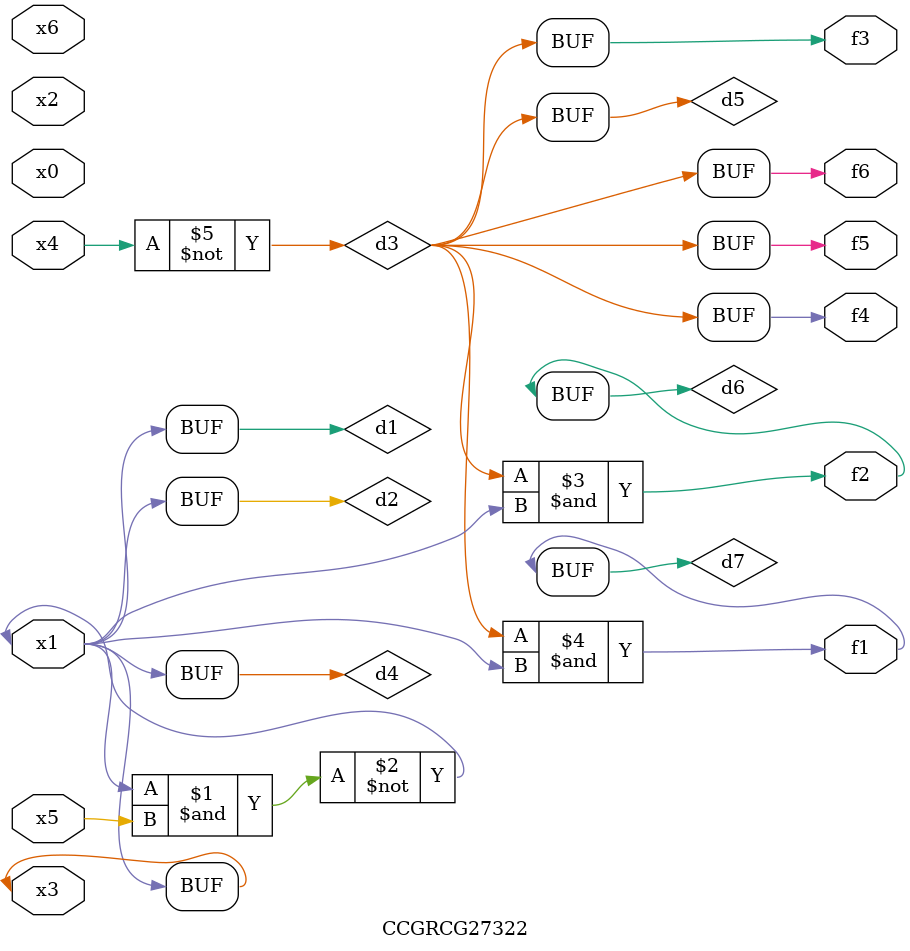
<source format=v>
module CCGRCG27322(
	input x0, x1, x2, x3, x4, x5, x6,
	output f1, f2, f3, f4, f5, f6
);

	wire d1, d2, d3, d4, d5, d6, d7;

	buf (d1, x1, x3);
	nand (d2, x1, x5);
	not (d3, x4);
	buf (d4, d1, d2);
	buf (d5, d3);
	and (d6, d3, d4);
	and (d7, d3, d4);
	assign f1 = d7;
	assign f2 = d6;
	assign f3 = d5;
	assign f4 = d5;
	assign f5 = d5;
	assign f6 = d5;
endmodule

</source>
